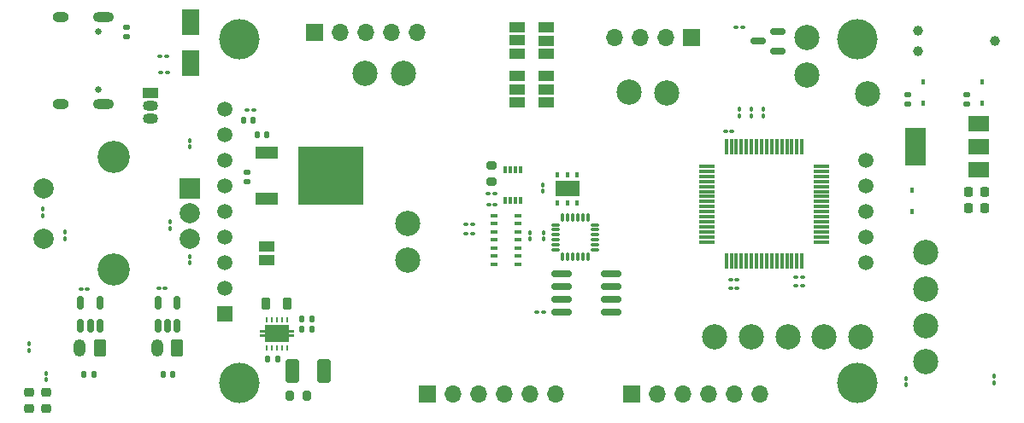
<source format=gbr>
%TF.GenerationSoftware,KiCad,Pcbnew,(6.0.4)*%
%TF.CreationDate,2022-10-13T17:41:33-04:00*%
%TF.ProjectId,ece49022_team44_pcb,65636534-3930-4323-925f-7465616d3434,rev?*%
%TF.SameCoordinates,Original*%
%TF.FileFunction,Soldermask,Top*%
%TF.FilePolarity,Negative*%
%FSLAX46Y46*%
G04 Gerber Fmt 4.6, Leading zero omitted, Abs format (unit mm)*
G04 Created by KiCad (PCBNEW (6.0.4)) date 2022-10-13 17:41:33*
%MOMM*%
%LPD*%
G01*
G04 APERTURE LIST*
G04 Aperture macros list*
%AMRoundRect*
0 Rectangle with rounded corners*
0 $1 Rounding radius*
0 $2 $3 $4 $5 $6 $7 $8 $9 X,Y pos of 4 corners*
0 Add a 4 corners polygon primitive as box body*
4,1,4,$2,$3,$4,$5,$6,$7,$8,$9,$2,$3,0*
0 Add four circle primitives for the rounded corners*
1,1,$1+$1,$2,$3*
1,1,$1+$1,$4,$5*
1,1,$1+$1,$6,$7*
1,1,$1+$1,$8,$9*
0 Add four rect primitives between the rounded corners*
20,1,$1+$1,$2,$3,$4,$5,0*
20,1,$1+$1,$4,$5,$6,$7,0*
20,1,$1+$1,$6,$7,$8,$9,0*
20,1,$1+$1,$8,$9,$2,$3,0*%
%AMFreePoly0*
4,1,21,-0.125000,1.200000,0.125000,1.200000,0.125000,1.700000,0.375000,1.700000,0.375000,1.200000,0.825000,1.200000,0.825000,-1.200000,0.375000,-1.200000,0.375000,-1.700000,0.125000,-1.700000,0.125000,-1.200000,-0.125000,-1.200000,-0.125000,-1.700000,-0.375000,-1.700000,-0.375000,-1.200000,-0.825000,-1.200000,-0.825000,1.200000,-0.375000,1.200000,-0.375000,1.700000,-0.125000,1.700000,
-0.125000,1.200000,-0.125000,1.200000,$1*%
G04 Aperture macros list end*
%ADD10R,1.700000X1.700000*%
%ADD11O,1.700000X1.700000*%
%ADD12RoundRect,0.100000X0.100000X-0.130000X0.100000X0.130000X-0.100000X0.130000X-0.100000X-0.130000X0*%
%ADD13RoundRect,0.100000X0.130000X0.100000X-0.130000X0.100000X-0.130000X-0.100000X0.130000X-0.100000X0*%
%ADD14RoundRect,0.100000X-0.130000X-0.100000X0.130000X-0.100000X0.130000X0.100000X-0.130000X0.100000X0*%
%ADD15C,2.500000*%
%ADD16RoundRect,0.218750X0.256250X-0.218750X0.256250X0.218750X-0.256250X0.218750X-0.256250X-0.218750X0*%
%ADD17R,1.500000X1.000000*%
%ADD18R,0.450000X0.600000*%
%ADD19RoundRect,0.150000X0.587500X0.150000X-0.587500X0.150000X-0.587500X-0.150000X0.587500X-0.150000X0*%
%ADD20RoundRect,0.150000X-0.825000X-0.150000X0.825000X-0.150000X0.825000X0.150000X-0.825000X0.150000X0*%
%ADD21RoundRect,0.100000X-0.100000X0.130000X-0.100000X-0.130000X0.100000X-0.130000X0.100000X0.130000X0*%
%ADD22RoundRect,0.150000X0.150000X-0.512500X0.150000X0.512500X-0.150000X0.512500X-0.150000X-0.512500X0*%
%ADD23RoundRect,0.075000X-0.700000X-0.075000X0.700000X-0.075000X0.700000X0.075000X-0.700000X0.075000X0*%
%ADD24RoundRect,0.075000X-0.075000X-0.700000X0.075000X-0.700000X0.075000X0.700000X-0.075000X0.700000X0*%
%ADD25RoundRect,0.140000X0.140000X0.170000X-0.140000X0.170000X-0.140000X-0.170000X0.140000X-0.170000X0*%
%ADD26RoundRect,0.075000X-0.075000X0.350000X-0.075000X-0.350000X0.075000X-0.350000X0.075000X0.350000X0*%
%ADD27RoundRect,0.075000X-0.350000X-0.075000X0.350000X-0.075000X0.350000X0.075000X-0.350000X0.075000X0*%
%ADD28RoundRect,0.218750X0.218750X0.256250X-0.218750X0.256250X-0.218750X-0.256250X0.218750X-0.256250X0*%
%ADD29RoundRect,0.218750X-0.218750X-0.381250X0.218750X-0.381250X0.218750X0.381250X-0.218750X0.381250X0*%
%ADD30R,2.200000X1.200000*%
%ADD31R,6.400000X5.800000*%
%ADD32R,0.300000X0.800000*%
%ADD33RoundRect,0.200000X0.200000X0.275000X-0.200000X0.275000X-0.200000X-0.275000X0.200000X-0.275000X0*%
%ADD34RoundRect,0.087500X-0.287500X-0.087500X0.287500X-0.087500X0.287500X0.087500X-0.287500X0.087500X0*%
%ADD35R,0.240000X0.600000*%
%ADD36FreePoly0,270.000000*%
%ADD37RoundRect,0.218750X-0.218750X-0.256250X0.218750X-0.256250X0.218750X0.256250X-0.218750X0.256250X0*%
%ADD38R,0.400000X0.600000*%
%ADD39R,2.400000X1.500000*%
%ADD40R,2.000000X1.500000*%
%ADD41R,2.000000X3.800000*%
%ADD42RoundRect,0.200000X0.275000X-0.200000X0.275000X0.200000X-0.275000X0.200000X-0.275000X-0.200000X0*%
%ADD43RoundRect,0.135000X0.135000X0.185000X-0.135000X0.185000X-0.135000X-0.185000X0.135000X-0.185000X0*%
%ADD44RoundRect,0.140000X0.170000X-0.140000X0.170000X0.140000X-0.170000X0.140000X-0.170000X-0.140000X0*%
%ADD45RoundRect,0.250000X0.412500X0.925000X-0.412500X0.925000X-0.412500X-0.925000X0.412500X-0.925000X0*%
%ADD46RoundRect,0.135000X-0.135000X-0.185000X0.135000X-0.185000X0.135000X0.185000X-0.135000X0.185000X0*%
%ADD47R,1.800000X2.500000*%
%ADD48RoundRect,0.140000X-0.140000X-0.170000X0.140000X-0.170000X0.140000X0.170000X-0.140000X0.170000X0*%
%ADD49R,2.000000X2.000000*%
%ADD50C,2.000000*%
%ADD51C,3.200000*%
%ADD52C,0.990600*%
%ADD53RoundRect,0.250000X0.350000X0.625000X-0.350000X0.625000X-0.350000X-0.625000X0.350000X-0.625000X0*%
%ADD54O,1.200000X1.750000*%
%ADD55R,1.500000X1.050000*%
%ADD56O,1.500000X1.050000*%
%ADD57C,4.000000*%
%ADD58R,1.500000X1.500000*%
%ADD59C,1.500000*%
%ADD60C,0.650000*%
%ADD61O,2.100000X1.000000*%
%ADD62O,1.600000X1.000000*%
G04 APERTURE END LIST*
D10*
%TO.C,J2*%
X74793000Y-53634800D03*
D11*
X77333000Y-53634800D03*
X79873000Y-53634800D03*
X82413000Y-53634800D03*
X84953000Y-53634800D03*
X87493000Y-53634800D03*
%TD*%
D12*
%TO.C,C1*%
X29048000Y-37215800D03*
X29048000Y-36575800D03*
%TD*%
%TO.C,R3*%
X18634000Y-38231800D03*
X18634000Y-37591800D03*
%TD*%
D13*
%TO.C,C13*%
X66045600Y-45531800D03*
X65405600Y-45531800D03*
%TD*%
D12*
%TO.C,R18*%
X16805200Y-52252600D03*
X16805200Y-51612600D03*
%TD*%
D14*
%TO.C,C6*%
X91059600Y-42026600D03*
X91699600Y-42026600D03*
%TD*%
D15*
%TO.C,TP31*%
X86655200Y-47970200D03*
%TD*%
D13*
%TO.C,R16*%
X59045000Y-37755000D03*
X58405000Y-37755000D03*
%TD*%
D12*
%TO.C,C14*%
X66030400Y-33558200D03*
X66030400Y-32918200D03*
%TD*%
D15*
%TO.C,TP35*%
X93868800Y-47970200D03*
%TD*%
%TO.C,TP11*%
X74510000Y-23730000D03*
%TD*%
D16*
%TO.C,D9*%
X16805200Y-55082400D03*
X16805200Y-53507400D03*
%TD*%
D17*
%TO.C,JP3*%
X66335200Y-22113000D03*
X66335200Y-23413000D03*
X66335200Y-24713000D03*
%TD*%
D15*
%TO.C,TP27*%
X83048400Y-47970200D03*
%TD*%
D18*
%TO.C,D4*%
X109515200Y-24788600D03*
X109515200Y-22688600D03*
%TD*%
D12*
%TO.C,R2*%
X31029200Y-40670200D03*
X31029200Y-40030200D03*
%TD*%
D17*
%TO.C,JP4*%
X66335200Y-17287000D03*
X66335200Y-18587000D03*
X66335200Y-19887000D03*
%TD*%
D19*
%TO.C,Q1*%
X89246000Y-19593400D03*
X89246000Y-17693400D03*
X87371000Y-18643400D03*
%TD*%
D20*
%TO.C,U5*%
X67836800Y-41721800D03*
X67836800Y-42991800D03*
X67836800Y-44261800D03*
X67836800Y-45531800D03*
X72786800Y-45531800D03*
X72786800Y-44261800D03*
X72786800Y-42991800D03*
X72786800Y-41721800D03*
%TD*%
D13*
%TO.C,C10*%
X84740000Y-27599400D03*
X84100000Y-27599400D03*
%TD*%
D15*
%TO.C,TP7*%
X103927200Y-50459400D03*
%TD*%
D13*
%TO.C,R14*%
X28794000Y-21757400D03*
X28154000Y-21757400D03*
%TD*%
D21*
%TO.C,C12*%
X66080000Y-37625000D03*
X66080000Y-38265000D03*
%TD*%
D15*
%TO.C,TP2*%
X98136000Y-23891000D03*
%TD*%
D17*
%TO.C,JP5*%
X38649200Y-39039800D03*
X38649200Y-40339800D03*
%TD*%
D14*
%TO.C,C8*%
X84608000Y-42280600D03*
X85248000Y-42280600D03*
%TD*%
D13*
%TO.C,R19*%
X20884400Y-43245800D03*
X20244400Y-43245800D03*
%TD*%
D15*
%TO.C,TP22*%
X52619200Y-40350200D03*
%TD*%
D22*
%TO.C,U12*%
X20224000Y-46923300D03*
X21174000Y-46923300D03*
X22124000Y-46923300D03*
X22124000Y-44648300D03*
X20224000Y-44648300D03*
%TD*%
D23*
%TO.C,U1*%
X82250200Y-31063000D03*
X82250200Y-31563000D03*
X82250200Y-32063000D03*
X82250200Y-32563000D03*
X82250200Y-33063000D03*
X82250200Y-33563000D03*
X82250200Y-34063000D03*
X82250200Y-34563000D03*
X82250200Y-35063000D03*
X82250200Y-35563000D03*
X82250200Y-36063000D03*
X82250200Y-36563000D03*
X82250200Y-37063000D03*
X82250200Y-37563000D03*
X82250200Y-38063000D03*
X82250200Y-38563000D03*
D24*
X84175200Y-40488000D03*
X84675200Y-40488000D03*
X85175200Y-40488000D03*
X85675200Y-40488000D03*
X86175200Y-40488000D03*
X86675200Y-40488000D03*
X87175200Y-40488000D03*
X87675200Y-40488000D03*
X88175200Y-40488000D03*
X88675200Y-40488000D03*
X89175200Y-40488000D03*
X89675200Y-40488000D03*
X90175200Y-40488000D03*
X90675200Y-40488000D03*
X91175200Y-40488000D03*
X91675200Y-40488000D03*
D23*
X93600200Y-38563000D03*
X93600200Y-38063000D03*
X93600200Y-37563000D03*
X93600200Y-37063000D03*
X93600200Y-36563000D03*
X93600200Y-36063000D03*
X93600200Y-35563000D03*
X93600200Y-35063000D03*
X93600200Y-34563000D03*
X93600200Y-34063000D03*
X93600200Y-33563000D03*
X93600200Y-33063000D03*
X93600200Y-32563000D03*
X93600200Y-32063000D03*
X93600200Y-31563000D03*
X93600200Y-31063000D03*
D24*
X91675200Y-29138000D03*
X91175200Y-29138000D03*
X90675200Y-29138000D03*
X90175200Y-29138000D03*
X89675200Y-29138000D03*
X89175200Y-29138000D03*
X88675200Y-29138000D03*
X88175200Y-29138000D03*
X87675200Y-29138000D03*
X87175200Y-29138000D03*
X86675200Y-29138000D03*
X86175200Y-29138000D03*
X85675200Y-29138000D03*
X85175200Y-29138000D03*
X84675200Y-29138000D03*
X84175200Y-29138000D03*
%TD*%
D14*
%TO.C,C9*%
X84608000Y-43144200D03*
X85248000Y-43144200D03*
%TD*%
D25*
%TO.C,C24*%
X29375600Y-51729400D03*
X28415600Y-51729400D03*
%TD*%
D15*
%TO.C,TP8*%
X103927200Y-46852600D03*
%TD*%
D26*
%TO.C,U7*%
X70480800Y-36165000D03*
X69980800Y-36165000D03*
X69480800Y-36165000D03*
X68980800Y-36165000D03*
X68480800Y-36165000D03*
X67980800Y-36165000D03*
D27*
X67280800Y-36865000D03*
X67280800Y-37365000D03*
X67280800Y-37865000D03*
X67280800Y-38365000D03*
X67280800Y-38865000D03*
X67280800Y-39365000D03*
D26*
X67980800Y-40065000D03*
X68480800Y-40065000D03*
X68980800Y-40065000D03*
X69480800Y-40065000D03*
X69980800Y-40065000D03*
X70480800Y-40065000D03*
D27*
X71180800Y-39365000D03*
X71180800Y-38865000D03*
X71180800Y-38365000D03*
X71180800Y-37865000D03*
X71180800Y-37365000D03*
X71180800Y-36865000D03*
%TD*%
D28*
%TO.C,D8*%
X109743900Y-35219400D03*
X108168900Y-35219400D03*
%TD*%
D18*
%TO.C,D5*%
X103673200Y-22688600D03*
X103673200Y-24788600D03*
%TD*%
D21*
%TO.C,R20*%
X15140000Y-48710000D03*
X15140000Y-49350000D03*
%TD*%
D25*
%TO.C,C25*%
X21529600Y-51729400D03*
X20569600Y-51729400D03*
%TD*%
D29*
%TO.C,L1*%
X38587500Y-44719000D03*
X40712500Y-44719000D03*
%TD*%
D30*
%TO.C,U9*%
X38665600Y-29739000D03*
D31*
X44965600Y-32019000D03*
D30*
X38665600Y-34299000D03*
%TD*%
D13*
%TO.C,R12*%
X28747800Y-20131800D03*
X28107800Y-20131800D03*
%TD*%
D32*
%TO.C,U4*%
X62283200Y-34483400D03*
X62783200Y-34483400D03*
X63283200Y-34483400D03*
X63783200Y-34483400D03*
X63783200Y-31383400D03*
X63283200Y-31383400D03*
X62783200Y-31383400D03*
X62283200Y-31383400D03*
%TD*%
D21*
%TO.C,C16*%
X64760400Y-37642600D03*
X64760400Y-38282600D03*
%TD*%
D25*
%TO.C,C17*%
X39723600Y-50205400D03*
X38763600Y-50205400D03*
%TD*%
D10*
%TO.C,J5*%
X54574600Y-53634800D03*
D11*
X57114600Y-53634800D03*
X59654600Y-53634800D03*
X62194600Y-53634800D03*
X64734600Y-53634800D03*
X67274600Y-53634800D03*
%TD*%
D33*
%TO.C,R13*%
X42620800Y-53863000D03*
X40970800Y-53863000D03*
%TD*%
D15*
%TO.C,TP1*%
X92141600Y-18303000D03*
%TD*%
D12*
%TO.C,C3*%
X110734400Y-52546800D03*
X110734400Y-51906800D03*
%TD*%
D16*
%TO.C,D10*%
X15128800Y-55107700D03*
X15128800Y-53532700D03*
%TD*%
D15*
%TO.C,TP32*%
X97475600Y-47970200D03*
%TD*%
%TO.C,TP5*%
X103927200Y-39639000D03*
%TD*%
D34*
%TO.C,U6*%
X61172800Y-35969000D03*
X61172800Y-36769000D03*
X61172800Y-37569000D03*
X61172800Y-38369000D03*
X61172800Y-39169000D03*
X61172800Y-39969000D03*
X61172800Y-40769000D03*
X63572800Y-40769000D03*
X63572800Y-39969000D03*
X63572800Y-39169000D03*
X63572800Y-38369000D03*
X63572800Y-37569000D03*
X63572800Y-36769000D03*
X63572800Y-35969000D03*
%TD*%
D15*
%TO.C,TP34*%
X92141600Y-21960600D03*
%TD*%
D35*
%TO.C,U8*%
X40650000Y-46265400D03*
X40150000Y-46265400D03*
X39650000Y-46265400D03*
X39150000Y-46265400D03*
X38650000Y-46265400D03*
X38650000Y-49065400D03*
X39150000Y-49065400D03*
X39650000Y-49065400D03*
X40150000Y-49065400D03*
X40650000Y-49065400D03*
D36*
X39650000Y-47665400D03*
%TD*%
D15*
%TO.C,TP6*%
X103927200Y-43245800D03*
%TD*%
D37*
%TO.C,D7*%
X108168900Y-33593800D03*
X109743900Y-33593800D03*
%TD*%
D13*
%TO.C,R6*%
X85817400Y-17287000D03*
X85177400Y-17287000D03*
%TD*%
D25*
%TO.C,C20*%
X38672000Y-27904200D03*
X37712000Y-27904200D03*
%TD*%
D38*
%TO.C,U2*%
X67468000Y-34689000D03*
X68418000Y-34689000D03*
X69368000Y-34689000D03*
X69368000Y-31889000D03*
X68418000Y-31889000D03*
X67468000Y-31889000D03*
D39*
X68418000Y-33289000D03*
%TD*%
D15*
%TO.C,TP25*%
X90262000Y-47970200D03*
%TD*%
D14*
%TO.C,R15*%
X58400000Y-36815000D03*
X59040000Y-36815000D03*
%TD*%
D15*
%TO.C,TP21*%
X52619200Y-36743400D03*
%TD*%
%TO.C,TP16*%
X52162000Y-21859000D03*
%TD*%
%TO.C,TP15*%
X48402800Y-21859000D03*
%TD*%
D21*
%TO.C,R8*%
X87874400Y-25399800D03*
X87874400Y-26039800D03*
%TD*%
D18*
%TO.C,D6*%
X102606400Y-35507400D03*
X102606400Y-33407400D03*
%TD*%
D40*
%TO.C,U10*%
X109210400Y-31386600D03*
X109210400Y-29086600D03*
D41*
X102910400Y-29086600D03*
D40*
X109210400Y-26786600D03*
%TD*%
D42*
%TO.C,R7*%
X60940000Y-32615000D03*
X60940000Y-30965000D03*
%TD*%
D13*
%TO.C,R17*%
X28606000Y-43195000D03*
X27966000Y-43195000D03*
%TD*%
D17*
%TO.C,JP1*%
X63439600Y-22113000D03*
X63439600Y-23413000D03*
X63439600Y-24713000D03*
%TD*%
D43*
%TO.C,R11*%
X43157200Y-47259000D03*
X42137200Y-47259000D03*
%TD*%
D12*
%TO.C,R1*%
X31029200Y-29128000D03*
X31029200Y-28488000D03*
%TD*%
D17*
%TO.C,JP2*%
X63439600Y-17257000D03*
X63439600Y-18557000D03*
X63439600Y-19857000D03*
%TD*%
D13*
%TO.C,C4*%
X37343600Y-25465800D03*
X36703600Y-25465800D03*
%TD*%
D12*
%TO.C,R5*%
X85436000Y-26050400D03*
X85436000Y-25410400D03*
%TD*%
D14*
%TO.C,C7*%
X91059600Y-42890200D03*
X91699600Y-42890200D03*
%TD*%
D22*
%TO.C,U11*%
X27894800Y-46872500D03*
X28844800Y-46872500D03*
X29794800Y-46872500D03*
X29794800Y-44597500D03*
X27894800Y-44597500D03*
%TD*%
D44*
%TO.C,C23*%
X24749800Y-18201400D03*
X24749800Y-17241400D03*
%TD*%
D21*
%TO.C,R4*%
X102010000Y-52105000D03*
X102010000Y-52745000D03*
%TD*%
D13*
%TO.C,C11*%
X61240000Y-33755000D03*
X60600000Y-33755000D03*
%TD*%
D44*
%TO.C,C21*%
X107991200Y-24879000D03*
X107991200Y-23919000D03*
%TD*%
D15*
%TO.C,TP12*%
X78270000Y-23740000D03*
%TD*%
D44*
%TO.C,C18*%
X36668000Y-32600600D03*
X36668000Y-31640600D03*
%TD*%
D45*
%TO.C,C19*%
X44286300Y-51373800D03*
X41211300Y-51373800D03*
%TD*%
D12*
%TO.C,R9*%
X86655200Y-26039800D03*
X86655200Y-25399800D03*
%TD*%
D14*
%TO.C,C15*%
X60641000Y-34863800D03*
X61281000Y-34863800D03*
%TD*%
D46*
%TO.C,R10*%
X42137200Y-46192200D03*
X43157200Y-46192200D03*
%TD*%
D12*
%TO.C,C2*%
X16500400Y-35935200D03*
X16500400Y-35295200D03*
%TD*%
D47*
%TO.C,D1*%
X31080000Y-20779000D03*
X31080000Y-16779000D03*
%TD*%
D44*
%TO.C,C22*%
X102149200Y-24879000D03*
X102149200Y-23919000D03*
%TD*%
D10*
%TO.C,J4*%
X80711600Y-18252200D03*
D11*
X78171600Y-18252200D03*
X75631600Y-18252200D03*
X73091600Y-18252200D03*
%TD*%
D48*
%TO.C,C5*%
X36340400Y-26481800D03*
X37300400Y-26481800D03*
%TD*%
D10*
%TO.C,J3*%
X43403600Y-17770000D03*
D11*
X45943600Y-17770000D03*
X48483600Y-17770000D03*
X51023600Y-17770000D03*
X53563600Y-17770000D03*
%TD*%
D49*
%TO.C,SW1*%
X31017790Y-33227400D03*
D50*
X31017790Y-38227400D03*
X31017790Y-35727400D03*
D51*
X23517790Y-30127400D03*
X23517790Y-41327400D03*
D50*
X16517790Y-38227400D03*
X16517790Y-33227400D03*
%TD*%
D52*
%TO.C,J1*%
X103168190Y-17591800D03*
X103168190Y-19623800D03*
X110788190Y-18607800D03*
%TD*%
D53*
%TO.C,J8*%
X22123200Y-49076200D03*
D54*
X20123200Y-49076200D03*
%TD*%
D55*
%TO.C,Q2*%
X27172800Y-23789400D03*
D56*
X27172800Y-25059400D03*
X27172800Y-26329400D03*
%TD*%
D57*
%TO.C,U3*%
X35983600Y-18474200D03*
X97183600Y-52574200D03*
X97183600Y-18474200D03*
X35983600Y-52574200D03*
D58*
X34483600Y-45684200D03*
D59*
X34483600Y-43144200D03*
X34483600Y-40604200D03*
X34483600Y-38064200D03*
X34483600Y-35524200D03*
X34483600Y-32984200D03*
X34483600Y-30444200D03*
X34483600Y-27904200D03*
X34483600Y-25364200D03*
X98003600Y-40604200D03*
X98003600Y-38064200D03*
X98003600Y-35524200D03*
X98003600Y-32984200D03*
X98003600Y-30444200D03*
%TD*%
D60*
%TO.C,J6*%
X21970000Y-17648200D03*
X21970000Y-23428200D03*
D61*
X22470000Y-24858200D03*
D62*
X18290000Y-16218200D03*
D61*
X22470000Y-16218200D03*
D62*
X18290000Y-24858200D03*
%TD*%
D53*
%TO.C,J7*%
X29794000Y-49076200D03*
D54*
X27794000Y-49076200D03*
%TD*%
M02*

</source>
